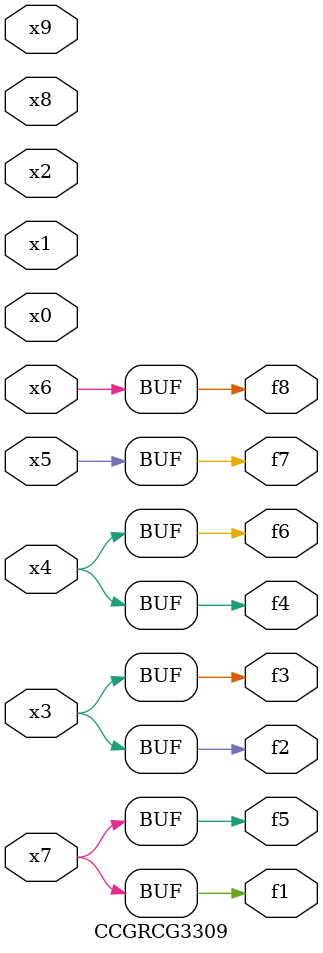
<source format=v>
module CCGRCG3309(
	input x0, x1, x2, x3, x4, x5, x6, x7, x8, x9,
	output f1, f2, f3, f4, f5, f6, f7, f8
);
	assign f1 = x7;
	assign f2 = x3;
	assign f3 = x3;
	assign f4 = x4;
	assign f5 = x7;
	assign f6 = x4;
	assign f7 = x5;
	assign f8 = x6;
endmodule

</source>
